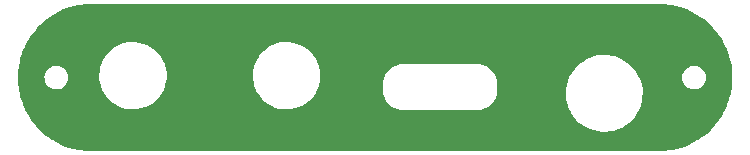
<source format=gbr>
%TF.GenerationSoftware,KiCad,Pcbnew,6.0.4-6f826c9f35~116~ubuntu21.10.1*%
%TF.CreationDate,2022-09-08T13:47:42+02:00*%
%TF.ProjectId,knot_backpanel,6b6e6f74-5f62-4616-936b-70616e656c2e,rev?*%
%TF.SameCoordinates,Original*%
%TF.FileFunction,Copper,L1,Top*%
%TF.FilePolarity,Positive*%
%FSLAX46Y46*%
G04 Gerber Fmt 4.6, Leading zero omitted, Abs format (unit mm)*
G04 Created by KiCad (PCBNEW 6.0.4-6f826c9f35~116~ubuntu21.10.1) date 2022-09-08 13:47:42*
%MOMM*%
%LPD*%
G01*
G04 APERTURE LIST*
G04 APERTURE END LIST*
%TA.AperFunction,NonConductor*%
G36*
X123987496Y-87252921D02*
G01*
X123987828Y-87252987D01*
X123987829Y-87252987D01*
X124000000Y-87255408D01*
X124012172Y-87252987D01*
X124021631Y-87252987D01*
X124035499Y-87251895D01*
X124217315Y-87259039D01*
X124485380Y-87269571D01*
X124495243Y-87270347D01*
X124972726Y-87326861D01*
X124982497Y-87328409D01*
X125222771Y-87376202D01*
X125454074Y-87422211D01*
X125463680Y-87424517D01*
X125926441Y-87555029D01*
X125935831Y-87558080D01*
X126184460Y-87649804D01*
X126386937Y-87724502D01*
X126396074Y-87728287D01*
X126832724Y-87929585D01*
X126841529Y-87934072D01*
X127261039Y-88169009D01*
X127269475Y-88174178D01*
X127669254Y-88441301D01*
X127677242Y-88447105D01*
X127805315Y-88548070D01*
X128054836Y-88744777D01*
X128062359Y-88751202D01*
X128221450Y-88898263D01*
X128415440Y-89077586D01*
X128422414Y-89084560D01*
X128601737Y-89278550D01*
X128748798Y-89437641D01*
X128755223Y-89445164D01*
X129052889Y-89822750D01*
X129058704Y-89830754D01*
X129325822Y-90230525D01*
X129330991Y-90238961D01*
X129565928Y-90658471D01*
X129570415Y-90667276D01*
X129757742Y-91073619D01*
X129771712Y-91103923D01*
X129775497Y-91113061D01*
X129903179Y-91459155D01*
X129941917Y-91564159D01*
X129944971Y-91573559D01*
X130075481Y-92036313D01*
X130077789Y-92045926D01*
X130103513Y-92175250D01*
X130171591Y-92517503D01*
X130173139Y-92527274D01*
X130229653Y-93004757D01*
X130230429Y-93014620D01*
X130238360Y-93216470D01*
X130249261Y-93493898D01*
X130249306Y-93495053D01*
X130249306Y-93504938D01*
X130242611Y-93675344D01*
X130230429Y-93985380D01*
X130229653Y-93995243D01*
X130173139Y-94472726D01*
X130171591Y-94482497D01*
X130160428Y-94538619D01*
X130087038Y-94907581D01*
X130077791Y-94954067D01*
X130075483Y-94963680D01*
X129956736Y-95384727D01*
X129944974Y-95426431D01*
X129941920Y-95435831D01*
X129826201Y-95749500D01*
X129775498Y-95886937D01*
X129771713Y-95896074D01*
X129606373Y-96254726D01*
X129570420Y-96332714D01*
X129565928Y-96341529D01*
X129330991Y-96761039D01*
X129325822Y-96769475D01*
X129102891Y-97103116D01*
X129058704Y-97169246D01*
X129052889Y-97177250D01*
X128755223Y-97554836D01*
X128748798Y-97562359D01*
X128714779Y-97599161D01*
X128422414Y-97915440D01*
X128415440Y-97922414D01*
X128224238Y-98099159D01*
X128062359Y-98248798D01*
X128054836Y-98255223D01*
X127839868Y-98424691D01*
X127677242Y-98552895D01*
X127669254Y-98558699D01*
X127345387Y-98775099D01*
X127269475Y-98825822D01*
X127261039Y-98830991D01*
X126841529Y-99065928D01*
X126832724Y-99070415D01*
X126396077Y-99271712D01*
X126386939Y-99275497D01*
X125935831Y-99441920D01*
X125926441Y-99444971D01*
X125463680Y-99575483D01*
X125454074Y-99577789D01*
X125222771Y-99623798D01*
X124982497Y-99671591D01*
X124972726Y-99673139D01*
X124495243Y-99729653D01*
X124485380Y-99730429D01*
X124217315Y-99740961D01*
X124035499Y-99748105D01*
X124021631Y-99747013D01*
X124012172Y-99747013D01*
X124000000Y-99744592D01*
X123987829Y-99747013D01*
X123987828Y-99747013D01*
X123987496Y-99747079D01*
X123962915Y-99749500D01*
X76037085Y-99749500D01*
X76012504Y-99747079D01*
X76012172Y-99747013D01*
X76012171Y-99747013D01*
X76000000Y-99744592D01*
X75987828Y-99747013D01*
X75978369Y-99747013D01*
X75964501Y-99748105D01*
X75782685Y-99740961D01*
X75514620Y-99730429D01*
X75504757Y-99729653D01*
X75027274Y-99673139D01*
X75017503Y-99671591D01*
X74777229Y-99623798D01*
X74545926Y-99577789D01*
X74536320Y-99575483D01*
X74073559Y-99444971D01*
X74064169Y-99441920D01*
X73613061Y-99275497D01*
X73603923Y-99271712D01*
X73167276Y-99070415D01*
X73158471Y-99065928D01*
X72738961Y-98830991D01*
X72730525Y-98825822D01*
X72654613Y-98775099D01*
X72330746Y-98558699D01*
X72322758Y-98552895D01*
X72160132Y-98424691D01*
X71945164Y-98255223D01*
X71937641Y-98248798D01*
X71775762Y-98099159D01*
X71584560Y-97922414D01*
X71577586Y-97915440D01*
X71285221Y-97599161D01*
X71251202Y-97562359D01*
X71244777Y-97554836D01*
X70947111Y-97177250D01*
X70941296Y-97169246D01*
X70897110Y-97103116D01*
X70674178Y-96769475D01*
X70669009Y-96761039D01*
X70434072Y-96341529D01*
X70429580Y-96332714D01*
X70393628Y-96254726D01*
X70228287Y-95896074D01*
X70224502Y-95886937D01*
X70173799Y-95749500D01*
X70058080Y-95435831D01*
X70055026Y-95426431D01*
X70043265Y-95384727D01*
X69924517Y-94963680D01*
X69922209Y-94954067D01*
X69912963Y-94907581D01*
X69839572Y-94538619D01*
X69828409Y-94482497D01*
X69826861Y-94472726D01*
X69770347Y-93995243D01*
X69769571Y-93985380D01*
X69757389Y-93675344D01*
X69750694Y-93504938D01*
X69750694Y-93495053D01*
X69750740Y-93493898D01*
X69751052Y-93485963D01*
X71994757Y-93485963D01*
X71995272Y-93492099D01*
X71995272Y-93492102D01*
X71995423Y-93493898D01*
X72008688Y-93651865D01*
X72011175Y-93681483D01*
X72065258Y-93870091D01*
X72068076Y-93875574D01*
X72152123Y-94039113D01*
X72152126Y-94039117D01*
X72154944Y-94044601D01*
X72276818Y-94198369D01*
X72281511Y-94202363D01*
X72281512Y-94202364D01*
X72336445Y-94249115D01*
X72426238Y-94325535D01*
X72431616Y-94328541D01*
X72431618Y-94328542D01*
X72467932Y-94348837D01*
X72597513Y-94421257D01*
X72784118Y-94481889D01*
X72978946Y-94505121D01*
X72985081Y-94504649D01*
X72985083Y-94504649D01*
X73168434Y-94490541D01*
X73168438Y-94490540D01*
X73174576Y-94490068D01*
X73363556Y-94437303D01*
X73538689Y-94348837D01*
X73568515Y-94325535D01*
X73683469Y-94235723D01*
X73693303Y-94228040D01*
X73723084Y-94193539D01*
X73817485Y-94084173D01*
X73817485Y-94084172D01*
X73821509Y-94079511D01*
X73918425Y-93908909D01*
X73980358Y-93722732D01*
X74004949Y-93528071D01*
X74005341Y-93500000D01*
X73986194Y-93304728D01*
X73984413Y-93298829D01*
X73984412Y-93298824D01*
X73972785Y-93260312D01*
X76646078Y-93260312D01*
X76646173Y-93263941D01*
X76646173Y-93263943D01*
X76648427Y-93350000D01*
X76651951Y-93484569D01*
X76654683Y-93588928D01*
X76701001Y-93914377D01*
X76701920Y-93917880D01*
X76701921Y-93917885D01*
X76752891Y-94112169D01*
X76784419Y-94232346D01*
X76903830Y-94538619D01*
X76905527Y-94541824D01*
X77028685Y-94774429D01*
X77057652Y-94829139D01*
X77059702Y-94832122D01*
X77059704Y-94832125D01*
X77241789Y-95097061D01*
X77241795Y-95097068D01*
X77243846Y-95100053D01*
X77459944Y-95347770D01*
X77703082Y-95569009D01*
X77706040Y-95571134D01*
X77706043Y-95571137D01*
X77814766Y-95649262D01*
X77970037Y-95760836D01*
X78257271Y-95920708D01*
X78560977Y-96046507D01*
X78564471Y-96047502D01*
X78564473Y-96047503D01*
X78873628Y-96135568D01*
X78873633Y-96135569D01*
X78877129Y-96136565D01*
X79100175Y-96173090D01*
X79197957Y-96189103D01*
X79197961Y-96189103D01*
X79201537Y-96189689D01*
X79205163Y-96189860D01*
X79526273Y-96205003D01*
X79526274Y-96205003D01*
X79529900Y-96205174D01*
X79543719Y-96204232D01*
X79854237Y-96183064D01*
X79854245Y-96183063D01*
X79857868Y-96182816D01*
X79861444Y-96182153D01*
X79861446Y-96182153D01*
X80177527Y-96123571D01*
X80177531Y-96123570D01*
X80181092Y-96122910D01*
X80495289Y-96026250D01*
X80796293Y-95894119D01*
X81080116Y-95728266D01*
X81289306Y-95571201D01*
X81340092Y-95533070D01*
X81340096Y-95533067D01*
X81342995Y-95530890D01*
X81384887Y-95491137D01*
X81578813Y-95307109D01*
X81578817Y-95307105D01*
X81581447Y-95304609D01*
X81644632Y-95229041D01*
X81789988Y-95055196D01*
X81792310Y-95052419D01*
X81794298Y-95049393D01*
X81970802Y-94780691D01*
X81970807Y-94780682D01*
X81972789Y-94777665D01*
X82094718Y-94535237D01*
X82118866Y-94487225D01*
X82118869Y-94487217D01*
X82120493Y-94483989D01*
X82171338Y-94345048D01*
X82232216Y-94178692D01*
X82232217Y-94178688D01*
X82233464Y-94175281D01*
X82234309Y-94171759D01*
X82234312Y-94171751D01*
X82309357Y-93859165D01*
X82309358Y-93859161D01*
X82310204Y-93855636D01*
X82311390Y-93845838D01*
X82349361Y-93532067D01*
X82349362Y-93532060D01*
X82349697Y-93529288D01*
X82350618Y-93500000D01*
X82355023Y-93359807D01*
X82355331Y-93350000D01*
X82355170Y-93347204D01*
X82350160Y-93260312D01*
X89646078Y-93260312D01*
X89646173Y-93263941D01*
X89646173Y-93263943D01*
X89648427Y-93350000D01*
X89651951Y-93484569D01*
X89654683Y-93588928D01*
X89701001Y-93914377D01*
X89701920Y-93917880D01*
X89701921Y-93917885D01*
X89752891Y-94112169D01*
X89784419Y-94232346D01*
X89903830Y-94538619D01*
X89905527Y-94541824D01*
X90028685Y-94774429D01*
X90057652Y-94829139D01*
X90059702Y-94832122D01*
X90059704Y-94832125D01*
X90241789Y-95097061D01*
X90241795Y-95097068D01*
X90243846Y-95100053D01*
X90459944Y-95347770D01*
X90703082Y-95569009D01*
X90706040Y-95571134D01*
X90706043Y-95571137D01*
X90814766Y-95649262D01*
X90970037Y-95760836D01*
X91257271Y-95920708D01*
X91560977Y-96046507D01*
X91564471Y-96047502D01*
X91564473Y-96047503D01*
X91873628Y-96135568D01*
X91873633Y-96135569D01*
X91877129Y-96136565D01*
X92100175Y-96173090D01*
X92197957Y-96189103D01*
X92197961Y-96189103D01*
X92201537Y-96189689D01*
X92205163Y-96189860D01*
X92526273Y-96205003D01*
X92526274Y-96205003D01*
X92529900Y-96205174D01*
X92543719Y-96204232D01*
X92854237Y-96183064D01*
X92854245Y-96183063D01*
X92857868Y-96182816D01*
X92861444Y-96182153D01*
X92861446Y-96182153D01*
X93177527Y-96123571D01*
X93177531Y-96123570D01*
X93181092Y-96122910D01*
X93495289Y-96026250D01*
X93796293Y-95894119D01*
X94080116Y-95728266D01*
X94289306Y-95571201D01*
X94340092Y-95533070D01*
X94340096Y-95533067D01*
X94342995Y-95530890D01*
X94384887Y-95491137D01*
X94578813Y-95307109D01*
X94578817Y-95307105D01*
X94581447Y-95304609D01*
X94644632Y-95229041D01*
X94789988Y-95055196D01*
X94792310Y-95052419D01*
X94794298Y-95049393D01*
X94970802Y-94780691D01*
X94970807Y-94780682D01*
X94972789Y-94777665D01*
X95094718Y-94535237D01*
X95112441Y-94500000D01*
X100644592Y-94500000D01*
X100645274Y-94503430D01*
X100662892Y-94749758D01*
X100663850Y-94754161D01*
X100663850Y-94754162D01*
X100697225Y-94907581D01*
X100716118Y-94994432D01*
X100717691Y-94998649D01*
X100717692Y-94998653D01*
X100802051Y-95224829D01*
X100803622Y-95229041D01*
X100923624Y-95448809D01*
X101073681Y-95649262D01*
X101250738Y-95826319D01*
X101451191Y-95976376D01*
X101670959Y-96096378D01*
X101675171Y-96097949D01*
X101901347Y-96182308D01*
X101901351Y-96182309D01*
X101905568Y-96183882D01*
X101909971Y-96184840D01*
X101909975Y-96184841D01*
X102145277Y-96236028D01*
X102150242Y-96237108D01*
X102396570Y-96254726D01*
X102400000Y-96255408D01*
X102412166Y-96252988D01*
X102412169Y-96252988D01*
X102412504Y-96252921D01*
X102437085Y-96250500D01*
X108562915Y-96250500D01*
X108587496Y-96252921D01*
X108587831Y-96252988D01*
X108587834Y-96252988D01*
X108600000Y-96255408D01*
X108603430Y-96254726D01*
X108849758Y-96237108D01*
X108854723Y-96236028D01*
X109090025Y-96184841D01*
X109090029Y-96184840D01*
X109094432Y-96183882D01*
X109098649Y-96182309D01*
X109098653Y-96182308D01*
X109324829Y-96097949D01*
X109329041Y-96096378D01*
X109548809Y-95976376D01*
X109749262Y-95826319D01*
X109926319Y-95649262D01*
X110076376Y-95448809D01*
X110196378Y-95229041D01*
X110197949Y-95224829D01*
X110282308Y-94998653D01*
X110282309Y-94998649D01*
X110283882Y-94994432D01*
X110302776Y-94907581D01*
X110317774Y-94838637D01*
X116144746Y-94838637D01*
X116162559Y-95190269D01*
X116163096Y-95193624D01*
X116163097Y-95193630D01*
X116193514Y-95383530D01*
X116218243Y-95537920D01*
X116311149Y-95877524D01*
X116370153Y-96027315D01*
X116433883Y-96189103D01*
X116440187Y-96205108D01*
X116441770Y-96208123D01*
X116558774Y-96430982D01*
X116603850Y-96516840D01*
X116605751Y-96519669D01*
X116605757Y-96519679D01*
X116767945Y-96761039D01*
X116800223Y-96809073D01*
X117027007Y-97078388D01*
X117029467Y-97080739D01*
X117029470Y-97080742D01*
X117279089Y-97319283D01*
X117279096Y-97319289D01*
X117281552Y-97321636D01*
X117560878Y-97535971D01*
X117660223Y-97596374D01*
X117858803Y-97717112D01*
X117858808Y-97717115D01*
X117861718Y-97718884D01*
X118180553Y-97868237D01*
X118183771Y-97869339D01*
X118183774Y-97869340D01*
X118510430Y-97981180D01*
X118510438Y-97981182D01*
X118513653Y-97982283D01*
X118857122Y-98059687D01*
X118905474Y-98065196D01*
X119203559Y-98099159D01*
X119203567Y-98099159D01*
X119206942Y-98099544D01*
X119210346Y-98099562D01*
X119210349Y-98099562D01*
X119402330Y-98100567D01*
X119559019Y-98101388D01*
X119562405Y-98101038D01*
X119562407Y-98101038D01*
X119905845Y-98065547D01*
X119905853Y-98065546D01*
X119909237Y-98065196D01*
X119912570Y-98064481D01*
X119912573Y-98064481D01*
X120082021Y-98028154D01*
X120253498Y-97991393D01*
X120587774Y-97880842D01*
X120908156Y-97734835D01*
X121001584Y-97679362D01*
X121207950Y-97556831D01*
X121207955Y-97556828D01*
X121210895Y-97555082D01*
X121236349Y-97535971D01*
X121489718Y-97345737D01*
X121489727Y-97345730D01*
X121492450Y-97343685D01*
X121749527Y-97103116D01*
X121979120Y-96836190D01*
X122109435Y-96646580D01*
X122176612Y-96548838D01*
X122176617Y-96548831D01*
X122178542Y-96546029D01*
X122180154Y-96543035D01*
X122180159Y-96543027D01*
X122336364Y-96252921D01*
X122345460Y-96236028D01*
X122477922Y-95909814D01*
X122481979Y-95895574D01*
X122543557Y-95679400D01*
X122574378Y-95571201D01*
X122633701Y-95224152D01*
X122635774Y-95190269D01*
X122655085Y-94874522D01*
X122655195Y-94872726D01*
X122655274Y-94850000D01*
X122636234Y-94498433D01*
X122579336Y-94150978D01*
X122485246Y-93811700D01*
X122483988Y-93808538D01*
X122483985Y-93808530D01*
X122356324Y-93487734D01*
X122356320Y-93487726D01*
X122355619Y-93485963D01*
X125994757Y-93485963D01*
X125995272Y-93492099D01*
X125995272Y-93492102D01*
X125995423Y-93493898D01*
X126008688Y-93651865D01*
X126011175Y-93681483D01*
X126065258Y-93870091D01*
X126068076Y-93875574D01*
X126152123Y-94039113D01*
X126152126Y-94039117D01*
X126154944Y-94044601D01*
X126276818Y-94198369D01*
X126281511Y-94202363D01*
X126281512Y-94202364D01*
X126336445Y-94249115D01*
X126426238Y-94325535D01*
X126431616Y-94328541D01*
X126431618Y-94328542D01*
X126467932Y-94348837D01*
X126597513Y-94421257D01*
X126784118Y-94481889D01*
X126978946Y-94505121D01*
X126985081Y-94504649D01*
X126985083Y-94504649D01*
X127168434Y-94490541D01*
X127168438Y-94490540D01*
X127174576Y-94490068D01*
X127363556Y-94437303D01*
X127538689Y-94348837D01*
X127568515Y-94325535D01*
X127683469Y-94235723D01*
X127693303Y-94228040D01*
X127723084Y-94193539D01*
X127817485Y-94084173D01*
X127817485Y-94084172D01*
X127821509Y-94079511D01*
X127918425Y-93908909D01*
X127980358Y-93722732D01*
X128004949Y-93528071D01*
X128005341Y-93500000D01*
X127986194Y-93304728D01*
X127984413Y-93298829D01*
X127984412Y-93298824D01*
X127931265Y-93122793D01*
X127929484Y-93116894D01*
X127837370Y-92943653D01*
X127713361Y-92791602D01*
X127562180Y-92666535D01*
X127389585Y-92573213D01*
X127225315Y-92522363D01*
X127208039Y-92517015D01*
X127208036Y-92517014D01*
X127202152Y-92515193D01*
X127196027Y-92514549D01*
X127196026Y-92514549D01*
X127013147Y-92495327D01*
X127013146Y-92495327D01*
X127007019Y-92494683D01*
X126908797Y-92503622D01*
X126817759Y-92511907D01*
X126817758Y-92511907D01*
X126811618Y-92512466D01*
X126805704Y-92514207D01*
X126805702Y-92514207D01*
X126777991Y-92522363D01*
X126623393Y-92567864D01*
X126617928Y-92570721D01*
X126454972Y-92655912D01*
X126454968Y-92655915D01*
X126449512Y-92658767D01*
X126444712Y-92662627D01*
X126444711Y-92662627D01*
X126410326Y-92690273D01*
X126296600Y-92781711D01*
X126170480Y-92932016D01*
X126167516Y-92937408D01*
X126167513Y-92937412D01*
X126130490Y-93004757D01*
X126075956Y-93103954D01*
X126016628Y-93290978D01*
X125994757Y-93485963D01*
X122355619Y-93485963D01*
X122355064Y-93484569D01*
X122285910Y-93353960D01*
X122191909Y-93176422D01*
X122191907Y-93176419D01*
X122190314Y-93173410D01*
X122063893Y-92986687D01*
X121994835Y-92884688D01*
X121992923Y-92881864D01*
X121985258Y-92872825D01*
X121840011Y-92701556D01*
X121765200Y-92613342D01*
X121509808Y-92370984D01*
X121507101Y-92368922D01*
X121507093Y-92368915D01*
X121349051Y-92248521D01*
X121229735Y-92157626D01*
X121135099Y-92100538D01*
X120931174Y-91977522D01*
X120931168Y-91977519D01*
X120928259Y-91975764D01*
X120608904Y-91827524D01*
X120442156Y-91771083D01*
X120278635Y-91715734D01*
X120278630Y-91715733D01*
X120275408Y-91714642D01*
X120051265Y-91664950D01*
X119935001Y-91639175D01*
X119934997Y-91639174D01*
X119931671Y-91638437D01*
X119788813Y-91622666D01*
X119585096Y-91600175D01*
X119585089Y-91600175D01*
X119581714Y-91599802D01*
X119578315Y-91599796D01*
X119578314Y-91599796D01*
X119412777Y-91599507D01*
X119229632Y-91599187D01*
X119099131Y-91613134D01*
X118882927Y-91636239D01*
X118882921Y-91636240D01*
X118879543Y-91636601D01*
X118876220Y-91637325D01*
X118876217Y-91637326D01*
X118538862Y-91710881D01*
X118538860Y-91710882D01*
X118535542Y-91711605D01*
X118532321Y-91712683D01*
X118532320Y-91712683D01*
X118509185Y-91720424D01*
X118201654Y-91823323D01*
X117881784Y-91970447D01*
X117878850Y-91972203D01*
X117878848Y-91972204D01*
X117825739Y-92003989D01*
X117579674Y-92151256D01*
X117298858Y-92363635D01*
X117042622Y-92605099D01*
X117040410Y-92607689D01*
X117040409Y-92607690D01*
X116887751Y-92786430D01*
X116813963Y-92872825D01*
X116812035Y-92875652D01*
X116812033Y-92875654D01*
X116626536Y-93147583D01*
X116615555Y-93163680D01*
X116613948Y-93166690D01*
X116613946Y-93166693D01*
X116451325Y-93471256D01*
X116449720Y-93474262D01*
X116318397Y-93800937D01*
X116317475Y-93804217D01*
X116317474Y-93804220D01*
X116234335Y-94100000D01*
X116223124Y-94139884D01*
X116165013Y-94487138D01*
X116162240Y-94535237D01*
X116145751Y-94821208D01*
X116145294Y-94829139D01*
X116144746Y-94838637D01*
X110317774Y-94838637D01*
X110336150Y-94754162D01*
X110336150Y-94754161D01*
X110337108Y-94749758D01*
X110354726Y-94503430D01*
X110355408Y-94500000D01*
X110352988Y-94487834D01*
X110352988Y-94487831D01*
X110352921Y-94487496D01*
X110350500Y-94462915D01*
X110350500Y-94137085D01*
X110352921Y-94112504D01*
X110352988Y-94112169D01*
X110352988Y-94112166D01*
X110355408Y-94100000D01*
X110354726Y-94096570D01*
X110337108Y-93850242D01*
X110328034Y-93808530D01*
X110284841Y-93609975D01*
X110284840Y-93609971D01*
X110283882Y-93605568D01*
X110272917Y-93576168D01*
X110197949Y-93375171D01*
X110196378Y-93370959D01*
X110156990Y-93298824D01*
X110078535Y-93155145D01*
X110076376Y-93151191D01*
X109926319Y-92950738D01*
X109749262Y-92773681D01*
X109548809Y-92623624D01*
X109350232Y-92515193D01*
X109332986Y-92505776D01*
X109332985Y-92505775D01*
X109329041Y-92503622D01*
X109306573Y-92495242D01*
X109098653Y-92417692D01*
X109098649Y-92417691D01*
X109094432Y-92416118D01*
X109090029Y-92415160D01*
X109090025Y-92415159D01*
X108854162Y-92363850D01*
X108854161Y-92363850D01*
X108849758Y-92362892D01*
X108603430Y-92345274D01*
X108600000Y-92344592D01*
X108587834Y-92347012D01*
X108587831Y-92347012D01*
X108587496Y-92347079D01*
X108562915Y-92349500D01*
X102437085Y-92349500D01*
X102412504Y-92347079D01*
X102412169Y-92347012D01*
X102412166Y-92347012D01*
X102400000Y-92344592D01*
X102396570Y-92345274D01*
X102150242Y-92362892D01*
X102145839Y-92363850D01*
X102145838Y-92363850D01*
X101909975Y-92415159D01*
X101909971Y-92415160D01*
X101905568Y-92416118D01*
X101901351Y-92417691D01*
X101901347Y-92417692D01*
X101693427Y-92495242D01*
X101670959Y-92503622D01*
X101667015Y-92505775D01*
X101667014Y-92505776D01*
X101649768Y-92515193D01*
X101451191Y-92623624D01*
X101250738Y-92773681D01*
X101073681Y-92950738D01*
X100923624Y-93151191D01*
X100921465Y-93155145D01*
X100843011Y-93298824D01*
X100803622Y-93370959D01*
X100802051Y-93375171D01*
X100727084Y-93576168D01*
X100716118Y-93605568D01*
X100715160Y-93609971D01*
X100715159Y-93609975D01*
X100671966Y-93808530D01*
X100662892Y-93850242D01*
X100645274Y-94096570D01*
X100644592Y-94100000D01*
X100647012Y-94112166D01*
X100647012Y-94112169D01*
X100647079Y-94112504D01*
X100649500Y-94137085D01*
X100649500Y-94462915D01*
X100647079Y-94487496D01*
X100647012Y-94487831D01*
X100647012Y-94487834D01*
X100644592Y-94500000D01*
X95112441Y-94500000D01*
X95118866Y-94487225D01*
X95118869Y-94487217D01*
X95120493Y-94483989D01*
X95171338Y-94345048D01*
X95232216Y-94178692D01*
X95232217Y-94178688D01*
X95233464Y-94175281D01*
X95234309Y-94171759D01*
X95234312Y-94171751D01*
X95309357Y-93859165D01*
X95309358Y-93859161D01*
X95310204Y-93855636D01*
X95311390Y-93845838D01*
X95349361Y-93532067D01*
X95349362Y-93532060D01*
X95349697Y-93529288D01*
X95350618Y-93500000D01*
X95355023Y-93359807D01*
X95355331Y-93350000D01*
X95355170Y-93347204D01*
X95336617Y-93025436D01*
X95336616Y-93025431D01*
X95336408Y-93021816D01*
X95312475Y-92884688D01*
X95280514Y-92701556D01*
X95280512Y-92701549D01*
X95279890Y-92697983D01*
X95269707Y-92663604D01*
X95221852Y-92502051D01*
X95186526Y-92382791D01*
X95180608Y-92368915D01*
X95058976Y-92083753D01*
X95057554Y-92080419D01*
X94894682Y-91794875D01*
X94842264Y-91723516D01*
X94702210Y-91532857D01*
X94702208Y-91532855D01*
X94700070Y-91529944D01*
X94476298Y-91289136D01*
X94226331Y-91075643D01*
X94223328Y-91073625D01*
X94223320Y-91073619D01*
X94054235Y-90960000D01*
X93953482Y-90892297D01*
X93661368Y-90741525D01*
X93353860Y-90625328D01*
X93350339Y-90624444D01*
X93350334Y-90624442D01*
X93129680Y-90569018D01*
X93035036Y-90545245D01*
X93012754Y-90542312D01*
X92712723Y-90502811D01*
X92712715Y-90502810D01*
X92709119Y-90502337D01*
X92573337Y-90500204D01*
X92384073Y-90497231D01*
X92384069Y-90497231D01*
X92380431Y-90497174D01*
X92376817Y-90497535D01*
X92376811Y-90497535D01*
X92145872Y-90520586D01*
X92053328Y-90529823D01*
X91732145Y-90599852D01*
X91728718Y-90601025D01*
X91728712Y-90601027D01*
X91424570Y-90705158D01*
X91424565Y-90705160D01*
X91421139Y-90706333D01*
X91417871Y-90707892D01*
X91417863Y-90707895D01*
X91266698Y-90779998D01*
X91124434Y-90847854D01*
X90845961Y-91022540D01*
X90589411Y-91228076D01*
X90358185Y-91461736D01*
X90155347Y-91720424D01*
X90153454Y-91723513D01*
X90153452Y-91723516D01*
X89998875Y-91975764D01*
X89983587Y-92000711D01*
X89982068Y-92003983D01*
X89982065Y-92003989D01*
X89913706Y-92151256D01*
X89845180Y-92298883D01*
X89741962Y-92610986D01*
X89741226Y-92614541D01*
X89741225Y-92614544D01*
X89676457Y-92927298D01*
X89675300Y-92932885D01*
X89646078Y-93260312D01*
X82350160Y-93260312D01*
X82336617Y-93025436D01*
X82336616Y-93025431D01*
X82336408Y-93021816D01*
X82312475Y-92884688D01*
X82280514Y-92701556D01*
X82280512Y-92701549D01*
X82279890Y-92697983D01*
X82269707Y-92663604D01*
X82221852Y-92502051D01*
X82186526Y-92382791D01*
X82180608Y-92368915D01*
X82058976Y-92083753D01*
X82057554Y-92080419D01*
X81894682Y-91794875D01*
X81842264Y-91723516D01*
X81702210Y-91532857D01*
X81702208Y-91532855D01*
X81700070Y-91529944D01*
X81476298Y-91289136D01*
X81226331Y-91075643D01*
X81223328Y-91073625D01*
X81223320Y-91073619D01*
X81054235Y-90960000D01*
X80953482Y-90892297D01*
X80661368Y-90741525D01*
X80353860Y-90625328D01*
X80350339Y-90624444D01*
X80350334Y-90624442D01*
X80129680Y-90569018D01*
X80035036Y-90545245D01*
X80012754Y-90542312D01*
X79712723Y-90502811D01*
X79712715Y-90502810D01*
X79709119Y-90502337D01*
X79573337Y-90500204D01*
X79384073Y-90497231D01*
X79384069Y-90497231D01*
X79380431Y-90497174D01*
X79376817Y-90497535D01*
X79376811Y-90497535D01*
X79145872Y-90520586D01*
X79053328Y-90529823D01*
X78732145Y-90599852D01*
X78728718Y-90601025D01*
X78728712Y-90601027D01*
X78424570Y-90705158D01*
X78424565Y-90705160D01*
X78421139Y-90706333D01*
X78417871Y-90707892D01*
X78417863Y-90707895D01*
X78266698Y-90779998D01*
X78124434Y-90847854D01*
X77845961Y-91022540D01*
X77589411Y-91228076D01*
X77358185Y-91461736D01*
X77155347Y-91720424D01*
X77153454Y-91723513D01*
X77153452Y-91723516D01*
X76998875Y-91975764D01*
X76983587Y-92000711D01*
X76982068Y-92003983D01*
X76982065Y-92003989D01*
X76913706Y-92151256D01*
X76845180Y-92298883D01*
X76741962Y-92610986D01*
X76741226Y-92614541D01*
X76741225Y-92614544D01*
X76676457Y-92927298D01*
X76675300Y-92932885D01*
X76646078Y-93260312D01*
X73972785Y-93260312D01*
X73931265Y-93122793D01*
X73929484Y-93116894D01*
X73837370Y-92943653D01*
X73713361Y-92791602D01*
X73562180Y-92666535D01*
X73389585Y-92573213D01*
X73225315Y-92522363D01*
X73208039Y-92517015D01*
X73208036Y-92517014D01*
X73202152Y-92515193D01*
X73196027Y-92514549D01*
X73196026Y-92514549D01*
X73013147Y-92495327D01*
X73013146Y-92495327D01*
X73007019Y-92494683D01*
X72908797Y-92503622D01*
X72817759Y-92511907D01*
X72817758Y-92511907D01*
X72811618Y-92512466D01*
X72805704Y-92514207D01*
X72805702Y-92514207D01*
X72777991Y-92522363D01*
X72623393Y-92567864D01*
X72617928Y-92570721D01*
X72454972Y-92655912D01*
X72454968Y-92655915D01*
X72449512Y-92658767D01*
X72444712Y-92662627D01*
X72444711Y-92662627D01*
X72410326Y-92690273D01*
X72296600Y-92781711D01*
X72170480Y-92932016D01*
X72167516Y-92937408D01*
X72167513Y-92937412D01*
X72130490Y-93004757D01*
X72075956Y-93103954D01*
X72016628Y-93290978D01*
X71994757Y-93485963D01*
X69751052Y-93485963D01*
X69761640Y-93216470D01*
X69769571Y-93014620D01*
X69770347Y-93004757D01*
X69826861Y-92527274D01*
X69828409Y-92517503D01*
X69896487Y-92175250D01*
X69922211Y-92045926D01*
X69924519Y-92036313D01*
X70055029Y-91573559D01*
X70058083Y-91564159D01*
X70096822Y-91459155D01*
X70224503Y-91113061D01*
X70228288Y-91103923D01*
X70242258Y-91073619D01*
X70429585Y-90667276D01*
X70434072Y-90658471D01*
X70669009Y-90238961D01*
X70674178Y-90230525D01*
X70941296Y-89830754D01*
X70947111Y-89822750D01*
X71244777Y-89445164D01*
X71251202Y-89437641D01*
X71398263Y-89278550D01*
X71577586Y-89084560D01*
X71584560Y-89077586D01*
X71778550Y-88898263D01*
X71937641Y-88751202D01*
X71945164Y-88744777D01*
X72194685Y-88548070D01*
X72322758Y-88447105D01*
X72330746Y-88441301D01*
X72730525Y-88174178D01*
X72738961Y-88169009D01*
X73158471Y-87934072D01*
X73167276Y-87929585D01*
X73603926Y-87728287D01*
X73613063Y-87724502D01*
X73815540Y-87649804D01*
X74064169Y-87558080D01*
X74073559Y-87555029D01*
X74536320Y-87424517D01*
X74545926Y-87422211D01*
X74777229Y-87376202D01*
X75017503Y-87328409D01*
X75027274Y-87326861D01*
X75504757Y-87270347D01*
X75514620Y-87269571D01*
X75782685Y-87259039D01*
X75964501Y-87251895D01*
X75978369Y-87252987D01*
X75987828Y-87252987D01*
X76000000Y-87255408D01*
X76012171Y-87252987D01*
X76012172Y-87252987D01*
X76012504Y-87252921D01*
X76037085Y-87250500D01*
X123962915Y-87250500D01*
X123987496Y-87252921D01*
G37*
%TD.AperFunction*%
%TA.AperFunction,NonConductor*%
G36*
X123987496Y-87252921D02*
G01*
X123987828Y-87252987D01*
X123987829Y-87252987D01*
X124000000Y-87255408D01*
X124012172Y-87252987D01*
X124021631Y-87252987D01*
X124035499Y-87251895D01*
X124217315Y-87259039D01*
X124485380Y-87269571D01*
X124495243Y-87270347D01*
X124972726Y-87326861D01*
X124982497Y-87328409D01*
X125222771Y-87376202D01*
X125454074Y-87422211D01*
X125463680Y-87424517D01*
X125926441Y-87555029D01*
X125935831Y-87558080D01*
X126184460Y-87649804D01*
X126386937Y-87724502D01*
X126396074Y-87728287D01*
X126832724Y-87929585D01*
X126841529Y-87934072D01*
X127261039Y-88169009D01*
X127269475Y-88174178D01*
X127669254Y-88441301D01*
X127677242Y-88447105D01*
X127805315Y-88548070D01*
X128054836Y-88744777D01*
X128062359Y-88751202D01*
X128221450Y-88898263D01*
X128415440Y-89077586D01*
X128422414Y-89084560D01*
X128601737Y-89278550D01*
X128748798Y-89437641D01*
X128755223Y-89445164D01*
X129052889Y-89822750D01*
X129058704Y-89830754D01*
X129325822Y-90230525D01*
X129330991Y-90238961D01*
X129565928Y-90658471D01*
X129570415Y-90667276D01*
X129757742Y-91073619D01*
X129771712Y-91103923D01*
X129775497Y-91113061D01*
X129903179Y-91459155D01*
X129941917Y-91564159D01*
X129944971Y-91573559D01*
X130075481Y-92036313D01*
X130077789Y-92045926D01*
X130103513Y-92175250D01*
X130171591Y-92517503D01*
X130173139Y-92527274D01*
X130229653Y-93004757D01*
X130230429Y-93014620D01*
X130238360Y-93216470D01*
X130249261Y-93493898D01*
X130249306Y-93495053D01*
X130249306Y-93504938D01*
X130242611Y-93675344D01*
X130230429Y-93985380D01*
X130229653Y-93995243D01*
X130173139Y-94472726D01*
X130171591Y-94482497D01*
X130160428Y-94538619D01*
X130087038Y-94907581D01*
X130077791Y-94954067D01*
X130075483Y-94963680D01*
X129956736Y-95384727D01*
X129944974Y-95426431D01*
X129941920Y-95435831D01*
X129826201Y-95749500D01*
X129775498Y-95886937D01*
X129771713Y-95896074D01*
X129606373Y-96254726D01*
X129570420Y-96332714D01*
X129565928Y-96341529D01*
X129330991Y-96761039D01*
X129325822Y-96769475D01*
X129102891Y-97103116D01*
X129058704Y-97169246D01*
X129052889Y-97177250D01*
X128755223Y-97554836D01*
X128748798Y-97562359D01*
X128714779Y-97599161D01*
X128422414Y-97915440D01*
X128415440Y-97922414D01*
X128224238Y-98099159D01*
X128062359Y-98248798D01*
X128054836Y-98255223D01*
X127839868Y-98424691D01*
X127677242Y-98552895D01*
X127669254Y-98558699D01*
X127345387Y-98775099D01*
X127269475Y-98825822D01*
X127261039Y-98830991D01*
X126841529Y-99065928D01*
X126832724Y-99070415D01*
X126396077Y-99271712D01*
X126386939Y-99275497D01*
X125935831Y-99441920D01*
X125926441Y-99444971D01*
X125463680Y-99575483D01*
X125454074Y-99577789D01*
X125222771Y-99623798D01*
X124982497Y-99671591D01*
X124972726Y-99673139D01*
X124495243Y-99729653D01*
X124485380Y-99730429D01*
X124217315Y-99740961D01*
X124035499Y-99748105D01*
X124021631Y-99747013D01*
X124012172Y-99747013D01*
X124000000Y-99744592D01*
X123987829Y-99747013D01*
X123987828Y-99747013D01*
X123987496Y-99747079D01*
X123962915Y-99749500D01*
X76037085Y-99749500D01*
X76012504Y-99747079D01*
X76012172Y-99747013D01*
X76012171Y-99747013D01*
X76000000Y-99744592D01*
X75987828Y-99747013D01*
X75978369Y-99747013D01*
X75964501Y-99748105D01*
X75782685Y-99740961D01*
X75514620Y-99730429D01*
X75504757Y-99729653D01*
X75027274Y-99673139D01*
X75017503Y-99671591D01*
X74777229Y-99623798D01*
X74545926Y-99577789D01*
X74536320Y-99575483D01*
X74073559Y-99444971D01*
X74064169Y-99441920D01*
X73613061Y-99275497D01*
X73603923Y-99271712D01*
X73167276Y-99070415D01*
X73158471Y-99065928D01*
X72738961Y-98830991D01*
X72730525Y-98825822D01*
X72654613Y-98775099D01*
X72330746Y-98558699D01*
X72322758Y-98552895D01*
X72160132Y-98424691D01*
X71945164Y-98255223D01*
X71937641Y-98248798D01*
X71775762Y-98099159D01*
X71584560Y-97922414D01*
X71577586Y-97915440D01*
X71285221Y-97599161D01*
X71251202Y-97562359D01*
X71244777Y-97554836D01*
X70947111Y-97177250D01*
X70941296Y-97169246D01*
X70897110Y-97103116D01*
X70674178Y-96769475D01*
X70669009Y-96761039D01*
X70434072Y-96341529D01*
X70429580Y-96332714D01*
X70393628Y-96254726D01*
X70228287Y-95896074D01*
X70224502Y-95886937D01*
X70173799Y-95749500D01*
X70058080Y-95435831D01*
X70055026Y-95426431D01*
X70043265Y-95384727D01*
X69924517Y-94963680D01*
X69922209Y-94954067D01*
X69912963Y-94907581D01*
X69839572Y-94538619D01*
X69828409Y-94482497D01*
X69826861Y-94472726D01*
X69770347Y-93995243D01*
X69769571Y-93985380D01*
X69757389Y-93675344D01*
X69750694Y-93504938D01*
X69750694Y-93495053D01*
X69750740Y-93493898D01*
X69751052Y-93485963D01*
X71994757Y-93485963D01*
X71995272Y-93492099D01*
X71995272Y-93492102D01*
X71995423Y-93493898D01*
X72008688Y-93651865D01*
X72011175Y-93681483D01*
X72065258Y-93870091D01*
X72068076Y-93875574D01*
X72152123Y-94039113D01*
X72152126Y-94039117D01*
X72154944Y-94044601D01*
X72276818Y-94198369D01*
X72281511Y-94202363D01*
X72281512Y-94202364D01*
X72336445Y-94249115D01*
X72426238Y-94325535D01*
X72431616Y-94328541D01*
X72431618Y-94328542D01*
X72467932Y-94348837D01*
X72597513Y-94421257D01*
X72784118Y-94481889D01*
X72978946Y-94505121D01*
X72985081Y-94504649D01*
X72985083Y-94504649D01*
X73168434Y-94490541D01*
X73168438Y-94490540D01*
X73174576Y-94490068D01*
X73363556Y-94437303D01*
X73538689Y-94348837D01*
X73568515Y-94325535D01*
X73683469Y-94235723D01*
X73693303Y-94228040D01*
X73723084Y-94193539D01*
X73817485Y-94084173D01*
X73817485Y-94084172D01*
X73821509Y-94079511D01*
X73918425Y-93908909D01*
X73980358Y-93722732D01*
X74004949Y-93528071D01*
X74005341Y-93500000D01*
X73986194Y-93304728D01*
X73984413Y-93298829D01*
X73984412Y-93298824D01*
X73972785Y-93260312D01*
X76646078Y-93260312D01*
X76646173Y-93263941D01*
X76646173Y-93263943D01*
X76648427Y-93350000D01*
X76651951Y-93484569D01*
X76654683Y-93588928D01*
X76701001Y-93914377D01*
X76701920Y-93917880D01*
X76701921Y-93917885D01*
X76752891Y-94112169D01*
X76784419Y-94232346D01*
X76903830Y-94538619D01*
X76905527Y-94541824D01*
X77028685Y-94774429D01*
X77057652Y-94829139D01*
X77059702Y-94832122D01*
X77059704Y-94832125D01*
X77241789Y-95097061D01*
X77241795Y-95097068D01*
X77243846Y-95100053D01*
X77459944Y-95347770D01*
X77703082Y-95569009D01*
X77706040Y-95571134D01*
X77706043Y-95571137D01*
X77814766Y-95649262D01*
X77970037Y-95760836D01*
X78257271Y-95920708D01*
X78560977Y-96046507D01*
X78564471Y-96047502D01*
X78564473Y-96047503D01*
X78873628Y-96135568D01*
X78873633Y-96135569D01*
X78877129Y-96136565D01*
X79100175Y-96173090D01*
X79197957Y-96189103D01*
X79197961Y-96189103D01*
X79201537Y-96189689D01*
X79205163Y-96189860D01*
X79526273Y-96205003D01*
X79526274Y-96205003D01*
X79529900Y-96205174D01*
X79543719Y-96204232D01*
X79854237Y-96183064D01*
X79854245Y-96183063D01*
X79857868Y-96182816D01*
X79861444Y-96182153D01*
X79861446Y-96182153D01*
X80177527Y-96123571D01*
X80177531Y-96123570D01*
X80181092Y-96122910D01*
X80495289Y-96026250D01*
X80796293Y-95894119D01*
X81080116Y-95728266D01*
X81289306Y-95571201D01*
X81340092Y-95533070D01*
X81340096Y-95533067D01*
X81342995Y-95530890D01*
X81384887Y-95491137D01*
X81578813Y-95307109D01*
X81578817Y-95307105D01*
X81581447Y-95304609D01*
X81644632Y-95229041D01*
X81789988Y-95055196D01*
X81792310Y-95052419D01*
X81794298Y-95049393D01*
X81970802Y-94780691D01*
X81970807Y-94780682D01*
X81972789Y-94777665D01*
X82094718Y-94535237D01*
X82118866Y-94487225D01*
X82118869Y-94487217D01*
X82120493Y-94483989D01*
X82171338Y-94345048D01*
X82232216Y-94178692D01*
X82232217Y-94178688D01*
X82233464Y-94175281D01*
X82234309Y-94171759D01*
X82234312Y-94171751D01*
X82309357Y-93859165D01*
X82309358Y-93859161D01*
X82310204Y-93855636D01*
X82311390Y-93845838D01*
X82349361Y-93532067D01*
X82349362Y-93532060D01*
X82349697Y-93529288D01*
X82350618Y-93500000D01*
X82355023Y-93359807D01*
X82355331Y-93350000D01*
X82355170Y-93347204D01*
X82350160Y-93260312D01*
X89646078Y-93260312D01*
X89646173Y-93263941D01*
X89646173Y-93263943D01*
X89648427Y-93350000D01*
X89651951Y-93484569D01*
X89654683Y-93588928D01*
X89701001Y-93914377D01*
X89701920Y-93917880D01*
X89701921Y-93917885D01*
X89752891Y-94112169D01*
X89784419Y-94232346D01*
X89903830Y-94538619D01*
X89905527Y-94541824D01*
X90028685Y-94774429D01*
X90057652Y-94829139D01*
X90059702Y-94832122D01*
X90059704Y-94832125D01*
X90241789Y-95097061D01*
X90241795Y-95097068D01*
X90243846Y-95100053D01*
X90459944Y-95347770D01*
X90703082Y-95569009D01*
X90706040Y-95571134D01*
X90706043Y-95571137D01*
X90814766Y-95649262D01*
X90970037Y-95760836D01*
X91257271Y-95920708D01*
X91560977Y-96046507D01*
X91564471Y-96047502D01*
X91564473Y-96047503D01*
X91873628Y-96135568D01*
X91873633Y-96135569D01*
X91877129Y-96136565D01*
X92100175Y-96173090D01*
X92197957Y-96189103D01*
X92197961Y-96189103D01*
X92201537Y-96189689D01*
X92205163Y-96189860D01*
X92526273Y-96205003D01*
X92526274Y-96205003D01*
X92529900Y-96205174D01*
X92543719Y-96204232D01*
X92854237Y-96183064D01*
X92854245Y-96183063D01*
X92857868Y-96182816D01*
X92861444Y-96182153D01*
X92861446Y-96182153D01*
X93177527Y-96123571D01*
X93177531Y-96123570D01*
X93181092Y-96122910D01*
X93495289Y-96026250D01*
X93796293Y-95894119D01*
X94080116Y-95728266D01*
X94289306Y-95571201D01*
X94340092Y-95533070D01*
X94340096Y-95533067D01*
X94342995Y-95530890D01*
X94384887Y-95491137D01*
X94578813Y-95307109D01*
X94578817Y-95307105D01*
X94581447Y-95304609D01*
X94644632Y-95229041D01*
X94789988Y-95055196D01*
X94792310Y-95052419D01*
X94794298Y-95049393D01*
X94970802Y-94780691D01*
X94970807Y-94780682D01*
X94972789Y-94777665D01*
X95094718Y-94535237D01*
X95112441Y-94500000D01*
X100644592Y-94500000D01*
X100645274Y-94503430D01*
X100662892Y-94749758D01*
X100663850Y-94754161D01*
X100663850Y-94754162D01*
X100697225Y-94907581D01*
X100716118Y-94994432D01*
X100717691Y-94998649D01*
X100717692Y-94998653D01*
X100802051Y-95224829D01*
X100803622Y-95229041D01*
X100923624Y-95448809D01*
X101073681Y-95649262D01*
X101250738Y-95826319D01*
X101451191Y-95976376D01*
X101670959Y-96096378D01*
X101675171Y-96097949D01*
X101901347Y-96182308D01*
X101901351Y-96182309D01*
X101905568Y-96183882D01*
X101909971Y-96184840D01*
X101909975Y-96184841D01*
X102145277Y-96236028D01*
X102150242Y-96237108D01*
X102396570Y-96254726D01*
X102400000Y-96255408D01*
X102412166Y-96252988D01*
X102412169Y-96252988D01*
X102412504Y-96252921D01*
X102437085Y-96250500D01*
X108562915Y-96250500D01*
X108587496Y-96252921D01*
X108587831Y-96252988D01*
X108587834Y-96252988D01*
X108600000Y-96255408D01*
X108603430Y-96254726D01*
X108849758Y-96237108D01*
X108854723Y-96236028D01*
X109090025Y-96184841D01*
X109090029Y-96184840D01*
X109094432Y-96183882D01*
X109098649Y-96182309D01*
X109098653Y-96182308D01*
X109324829Y-96097949D01*
X109329041Y-96096378D01*
X109548809Y-95976376D01*
X109749262Y-95826319D01*
X109926319Y-95649262D01*
X110076376Y-95448809D01*
X110196378Y-95229041D01*
X110197949Y-95224829D01*
X110282308Y-94998653D01*
X110282309Y-94998649D01*
X110283882Y-94994432D01*
X110302776Y-94907581D01*
X110317774Y-94838637D01*
X116144746Y-94838637D01*
X116162559Y-95190269D01*
X116163096Y-95193624D01*
X116163097Y-95193630D01*
X116193514Y-95383530D01*
X116218243Y-95537920D01*
X116311149Y-95877524D01*
X116370153Y-96027315D01*
X116433883Y-96189103D01*
X116440187Y-96205108D01*
X116441770Y-96208123D01*
X116558774Y-96430982D01*
X116603850Y-96516840D01*
X116605751Y-96519669D01*
X116605757Y-96519679D01*
X116767945Y-96761039D01*
X116800223Y-96809073D01*
X117027007Y-97078388D01*
X117029467Y-97080739D01*
X117029470Y-97080742D01*
X117279089Y-97319283D01*
X117279096Y-97319289D01*
X117281552Y-97321636D01*
X117560878Y-97535971D01*
X117660223Y-97596374D01*
X117858803Y-97717112D01*
X117858808Y-97717115D01*
X117861718Y-97718884D01*
X118180553Y-97868237D01*
X118183771Y-97869339D01*
X118183774Y-97869340D01*
X118510430Y-97981180D01*
X118510438Y-97981182D01*
X118513653Y-97982283D01*
X118857122Y-98059687D01*
X118905474Y-98065196D01*
X119203559Y-98099159D01*
X119203567Y-98099159D01*
X119206942Y-98099544D01*
X119210346Y-98099562D01*
X119210349Y-98099562D01*
X119402330Y-98100567D01*
X119559019Y-98101388D01*
X119562405Y-98101038D01*
X119562407Y-98101038D01*
X119905845Y-98065547D01*
X119905853Y-98065546D01*
X119909237Y-98065196D01*
X119912570Y-98064481D01*
X119912573Y-98064481D01*
X120082021Y-98028154D01*
X120253498Y-97991393D01*
X120587774Y-97880842D01*
X120908156Y-97734835D01*
X121001584Y-97679362D01*
X121207950Y-97556831D01*
X121207955Y-97556828D01*
X121210895Y-97555082D01*
X121236349Y-97535971D01*
X121489718Y-97345737D01*
X121489727Y-97345730D01*
X121492450Y-97343685D01*
X121749527Y-97103116D01*
X121979120Y-96836190D01*
X122109435Y-96646580D01*
X122176612Y-96548838D01*
X122176617Y-96548831D01*
X122178542Y-96546029D01*
X122180154Y-96543035D01*
X122180159Y-96543027D01*
X122336364Y-96252921D01*
X122345460Y-96236028D01*
X122477922Y-95909814D01*
X122481979Y-95895574D01*
X122543557Y-95679400D01*
X122574378Y-95571201D01*
X122633701Y-95224152D01*
X122635774Y-95190269D01*
X122655085Y-94874522D01*
X122655195Y-94872726D01*
X122655274Y-94850000D01*
X122636234Y-94498433D01*
X122579336Y-94150978D01*
X122485246Y-93811700D01*
X122483988Y-93808538D01*
X122483985Y-93808530D01*
X122356324Y-93487734D01*
X122356320Y-93487726D01*
X122355619Y-93485963D01*
X125994757Y-93485963D01*
X125995272Y-93492099D01*
X125995272Y-93492102D01*
X125995423Y-93493898D01*
X126008688Y-93651865D01*
X126011175Y-93681483D01*
X126065258Y-93870091D01*
X126068076Y-93875574D01*
X126152123Y-94039113D01*
X126152126Y-94039117D01*
X126154944Y-94044601D01*
X126276818Y-94198369D01*
X126281511Y-94202363D01*
X126281512Y-94202364D01*
X126336445Y-94249115D01*
X126426238Y-94325535D01*
X126431616Y-94328541D01*
X126431618Y-94328542D01*
X126467932Y-94348837D01*
X126597513Y-94421257D01*
X126784118Y-94481889D01*
X126978946Y-94505121D01*
X126985081Y-94504649D01*
X126985083Y-94504649D01*
X127168434Y-94490541D01*
X127168438Y-94490540D01*
X127174576Y-94490068D01*
X127363556Y-94437303D01*
X127538689Y-94348837D01*
X127568515Y-94325535D01*
X127683469Y-94235723D01*
X127693303Y-94228040D01*
X127723084Y-94193539D01*
X127817485Y-94084173D01*
X127817485Y-94084172D01*
X127821509Y-94079511D01*
X127918425Y-93908909D01*
X127980358Y-93722732D01*
X128004949Y-93528071D01*
X128005341Y-93500000D01*
X127986194Y-93304728D01*
X127984413Y-93298829D01*
X127984412Y-93298824D01*
X127931265Y-93122793D01*
X127929484Y-93116894D01*
X127837370Y-92943653D01*
X127713361Y-92791602D01*
X127562180Y-92666535D01*
X127389585Y-92573213D01*
X127225315Y-92522363D01*
X127208039Y-92517015D01*
X127208036Y-92517014D01*
X127202152Y-92515193D01*
X127196027Y-92514549D01*
X127196026Y-92514549D01*
X127013147Y-92495327D01*
X127013146Y-92495327D01*
X127007019Y-92494683D01*
X126908797Y-92503622D01*
X126817759Y-92511907D01*
X126817758Y-92511907D01*
X126811618Y-92512466D01*
X126805704Y-92514207D01*
X126805702Y-92514207D01*
X126777991Y-92522363D01*
X126623393Y-92567864D01*
X126617928Y-92570721D01*
X126454972Y-92655912D01*
X126454968Y-92655915D01*
X126449512Y-92658767D01*
X126444712Y-92662627D01*
X126444711Y-92662627D01*
X126410326Y-92690273D01*
X126296600Y-92781711D01*
X126170480Y-92932016D01*
X126167516Y-92937408D01*
X126167513Y-92937412D01*
X126130490Y-93004757D01*
X126075956Y-93103954D01*
X126016628Y-93290978D01*
X125994757Y-93485963D01*
X122355619Y-93485963D01*
X122355064Y-93484569D01*
X122285910Y-93353960D01*
X122191909Y-93176422D01*
X122191907Y-93176419D01*
X122190314Y-93173410D01*
X122063893Y-92986687D01*
X121994835Y-92884688D01*
X121992923Y-92881864D01*
X121985258Y-92872825D01*
X121840011Y-92701556D01*
X121765200Y-92613342D01*
X121509808Y-92370984D01*
X121507101Y-92368922D01*
X121507093Y-92368915D01*
X121349051Y-92248521D01*
X121229735Y-92157626D01*
X121135099Y-92100538D01*
X120931174Y-91977522D01*
X120931168Y-91977519D01*
X120928259Y-91975764D01*
X120608904Y-91827524D01*
X120442156Y-91771083D01*
X120278635Y-91715734D01*
X120278630Y-91715733D01*
X120275408Y-91714642D01*
X120051265Y-91664950D01*
X119935001Y-91639175D01*
X119934997Y-91639174D01*
X119931671Y-91638437D01*
X119788813Y-91622666D01*
X119585096Y-91600175D01*
X119585089Y-91600175D01*
X119581714Y-91599802D01*
X119578315Y-91599796D01*
X119578314Y-91599796D01*
X119412777Y-91599507D01*
X119229632Y-91599187D01*
X119099131Y-91613134D01*
X118882927Y-91636239D01*
X118882921Y-91636240D01*
X118879543Y-91636601D01*
X118876220Y-91637325D01*
X118876217Y-91637326D01*
X118538862Y-91710881D01*
X118538860Y-91710882D01*
X118535542Y-91711605D01*
X118532321Y-91712683D01*
X118532320Y-91712683D01*
X118509185Y-91720424D01*
X118201654Y-91823323D01*
X117881784Y-91970447D01*
X117878850Y-91972203D01*
X117878848Y-91972204D01*
X117825739Y-92003989D01*
X117579674Y-92151256D01*
X117298858Y-92363635D01*
X117042622Y-92605099D01*
X117040410Y-92607689D01*
X117040409Y-92607690D01*
X116887751Y-92786430D01*
X116813963Y-92872825D01*
X116812035Y-92875652D01*
X116812033Y-92875654D01*
X116626536Y-93147583D01*
X116615555Y-93163680D01*
X116613948Y-93166690D01*
X116613946Y-93166693D01*
X116451325Y-93471256D01*
X116449720Y-93474262D01*
X116318397Y-93800937D01*
X116317475Y-93804217D01*
X116317474Y-93804220D01*
X116234335Y-94100000D01*
X116223124Y-94139884D01*
X116165013Y-94487138D01*
X116162240Y-94535237D01*
X116145751Y-94821208D01*
X116145294Y-94829139D01*
X116144746Y-94838637D01*
X110317774Y-94838637D01*
X110336150Y-94754162D01*
X110336150Y-94754161D01*
X110337108Y-94749758D01*
X110354726Y-94503430D01*
X110355408Y-94500000D01*
X110352988Y-94487834D01*
X110352988Y-94487831D01*
X110352921Y-94487496D01*
X110350500Y-94462915D01*
X110350500Y-94137085D01*
X110352921Y-94112504D01*
X110352988Y-94112169D01*
X110352988Y-94112166D01*
X110355408Y-94100000D01*
X110354726Y-94096570D01*
X110337108Y-93850242D01*
X110328034Y-93808530D01*
X110284841Y-93609975D01*
X110284840Y-93609971D01*
X110283882Y-93605568D01*
X110272917Y-93576168D01*
X110197949Y-93375171D01*
X110196378Y-93370959D01*
X110156990Y-93298824D01*
X110078535Y-93155145D01*
X110076376Y-93151191D01*
X109926319Y-92950738D01*
X109749262Y-92773681D01*
X109548809Y-92623624D01*
X109350232Y-92515193D01*
X109332986Y-92505776D01*
X109332985Y-92505775D01*
X109329041Y-92503622D01*
X109306573Y-92495242D01*
X109098653Y-92417692D01*
X109098649Y-92417691D01*
X109094432Y-92416118D01*
X109090029Y-92415160D01*
X109090025Y-92415159D01*
X108854162Y-92363850D01*
X108854161Y-92363850D01*
X108849758Y-92362892D01*
X108603430Y-92345274D01*
X108600000Y-92344592D01*
X108587834Y-92347012D01*
X108587831Y-92347012D01*
X108587496Y-92347079D01*
X108562915Y-92349500D01*
X102437085Y-92349500D01*
X102412504Y-92347079D01*
X102412169Y-92347012D01*
X102412166Y-92347012D01*
X102400000Y-92344592D01*
X102396570Y-92345274D01*
X102150242Y-92362892D01*
X102145839Y-92363850D01*
X102145838Y-92363850D01*
X101909975Y-92415159D01*
X101909971Y-92415160D01*
X101905568Y-92416118D01*
X101901351Y-92417691D01*
X101901347Y-92417692D01*
X101693427Y-92495242D01*
X101670959Y-92503622D01*
X101667015Y-92505775D01*
X101667014Y-92505776D01*
X101649768Y-92515193D01*
X101451191Y-92623624D01*
X101250738Y-92773681D01*
X101073681Y-92950738D01*
X100923624Y-93151191D01*
X100921465Y-93155145D01*
X100843011Y-93298824D01*
X100803622Y-93370959D01*
X100802051Y-93375171D01*
X100727084Y-93576168D01*
X100716118Y-93605568D01*
X100715160Y-93609971D01*
X100715159Y-93609975D01*
X100671966Y-93808530D01*
X100662892Y-93850242D01*
X100645274Y-94096570D01*
X100644592Y-94100000D01*
X100647012Y-94112166D01*
X100647012Y-94112169D01*
X100647079Y-94112504D01*
X100649500Y-94137085D01*
X100649500Y-94462915D01*
X100647079Y-94487496D01*
X100647012Y-94487831D01*
X100647012Y-94487834D01*
X100644592Y-94500000D01*
X95112441Y-94500000D01*
X95118866Y-94487225D01*
X95118869Y-94487217D01*
X95120493Y-94483989D01*
X95171338Y-94345048D01*
X95232216Y-94178692D01*
X95232217Y-94178688D01*
X95233464Y-94175281D01*
X95234309Y-94171759D01*
X95234312Y-94171751D01*
X95309357Y-93859165D01*
X95309358Y-93859161D01*
X95310204Y-93855636D01*
X95311390Y-93845838D01*
X95349361Y-93532067D01*
X95349362Y-93532060D01*
X95349697Y-93529288D01*
X95350618Y-93500000D01*
X95355023Y-93359807D01*
X95355331Y-93350000D01*
X95355170Y-93347204D01*
X95336617Y-93025436D01*
X95336616Y-93025431D01*
X95336408Y-93021816D01*
X95312475Y-92884688D01*
X95280514Y-92701556D01*
X95280512Y-92701549D01*
X95279890Y-92697983D01*
X95269707Y-92663604D01*
X95221852Y-92502051D01*
X95186526Y-92382791D01*
X95180608Y-92368915D01*
X95058976Y-92083753D01*
X95057554Y-92080419D01*
X94894682Y-91794875D01*
X94842264Y-91723516D01*
X94702210Y-91532857D01*
X94702208Y-91532855D01*
X94700070Y-91529944D01*
X94476298Y-91289136D01*
X94226331Y-91075643D01*
X94223328Y-91073625D01*
X94223320Y-91073619D01*
X94054235Y-90960000D01*
X93953482Y-90892297D01*
X93661368Y-90741525D01*
X93353860Y-90625328D01*
X93350339Y-90624444D01*
X93350334Y-90624442D01*
X93129680Y-90569018D01*
X93035036Y-90545245D01*
X93012754Y-90542312D01*
X92712723Y-90502811D01*
X92712715Y-90502810D01*
X92709119Y-90502337D01*
X92573337Y-90500204D01*
X92384073Y-90497231D01*
X92384069Y-90497231D01*
X92380431Y-90497174D01*
X92376817Y-90497535D01*
X92376811Y-90497535D01*
X92145872Y-90520586D01*
X92053328Y-90529823D01*
X91732145Y-90599852D01*
X91728718Y-90601025D01*
X91728712Y-90601027D01*
X91424570Y-90705158D01*
X91424565Y-90705160D01*
X91421139Y-90706333D01*
X91417871Y-90707892D01*
X91417863Y-90707895D01*
X91266698Y-90779998D01*
X91124434Y-90847854D01*
X90845961Y-91022540D01*
X90589411Y-91228076D01*
X90358185Y-91461736D01*
X90155347Y-91720424D01*
X90153454Y-91723513D01*
X90153452Y-91723516D01*
X89998875Y-91975764D01*
X89983587Y-92000711D01*
X89982068Y-92003983D01*
X89982065Y-92003989D01*
X89913706Y-92151256D01*
X89845180Y-92298883D01*
X89741962Y-92610986D01*
X89741226Y-92614541D01*
X89741225Y-92614544D01*
X89676457Y-92927298D01*
X89675300Y-92932885D01*
X89646078Y-93260312D01*
X82350160Y-93260312D01*
X82336617Y-93025436D01*
X82336616Y-93025431D01*
X82336408Y-93021816D01*
X82312475Y-92884688D01*
X82280514Y-92701556D01*
X82280512Y-92701549D01*
X82279890Y-92697983D01*
X82269707Y-92663604D01*
X82221852Y-92502051D01*
X82186526Y-92382791D01*
X82180608Y-92368915D01*
X82058976Y-92083753D01*
X82057554Y-92080419D01*
X81894682Y-91794875D01*
X81842264Y-91723516D01*
X81702210Y-91532857D01*
X81702208Y-91532855D01*
X81700070Y-91529944D01*
X81476298Y-91289136D01*
X81226331Y-91075643D01*
X81223328Y-91073625D01*
X81223320Y-91073619D01*
X81054235Y-90960000D01*
X80953482Y-90892297D01*
X80661368Y-90741525D01*
X80353860Y-90625328D01*
X80350339Y-90624444D01*
X80350334Y-90624442D01*
X80129680Y-90569018D01*
X80035036Y-90545245D01*
X80012754Y-90542312D01*
X79712723Y-90502811D01*
X79712715Y-90502810D01*
X79709119Y-90502337D01*
X79573337Y-90500204D01*
X79384073Y-90497231D01*
X79384069Y-90497231D01*
X79380431Y-90497174D01*
X79376817Y-90497535D01*
X79376811Y-90497535D01*
X79145872Y-90520586D01*
X79053328Y-90529823D01*
X78732145Y-90599852D01*
X78728718Y-90601025D01*
X78728712Y-90601027D01*
X78424570Y-90705158D01*
X78424565Y-90705160D01*
X78421139Y-90706333D01*
X78417871Y-90707892D01*
X78417863Y-90707895D01*
X78266698Y-90779998D01*
X78124434Y-90847854D01*
X77845961Y-91022540D01*
X77589411Y-91228076D01*
X77358185Y-91461736D01*
X77155347Y-91720424D01*
X77153454Y-91723513D01*
X77153452Y-91723516D01*
X76998875Y-91975764D01*
X76983587Y-92000711D01*
X76982068Y-92003983D01*
X76982065Y-92003989D01*
X76913706Y-92151256D01*
X76845180Y-92298883D01*
X76741962Y-92610986D01*
X76741226Y-92614541D01*
X76741225Y-92614544D01*
X76676457Y-92927298D01*
X76675300Y-92932885D01*
X76646078Y-93260312D01*
X73972785Y-93260312D01*
X73931265Y-93122793D01*
X73929484Y-93116894D01*
X73837370Y-92943653D01*
X73713361Y-92791602D01*
X73562180Y-92666535D01*
X73389585Y-92573213D01*
X73225315Y-92522363D01*
X73208039Y-92517015D01*
X73208036Y-92517014D01*
X73202152Y-92515193D01*
X73196027Y-92514549D01*
X73196026Y-92514549D01*
X73013147Y-92495327D01*
X73013146Y-92495327D01*
X73007019Y-92494683D01*
X72908797Y-92503622D01*
X72817759Y-92511907D01*
X72817758Y-92511907D01*
X72811618Y-92512466D01*
X72805704Y-92514207D01*
X72805702Y-92514207D01*
X72777991Y-92522363D01*
X72623393Y-92567864D01*
X72617928Y-92570721D01*
X72454972Y-92655912D01*
X72454968Y-92655915D01*
X72449512Y-92658767D01*
X72444712Y-92662627D01*
X72444711Y-92662627D01*
X72410326Y-92690273D01*
X72296600Y-92781711D01*
X72170480Y-92932016D01*
X72167516Y-92937408D01*
X72167513Y-92937412D01*
X72130490Y-93004757D01*
X72075956Y-93103954D01*
X72016628Y-93290978D01*
X71994757Y-93485963D01*
X69751052Y-93485963D01*
X69761640Y-93216470D01*
X69769571Y-93014620D01*
X69770347Y-93004757D01*
X69826861Y-92527274D01*
X69828409Y-92517503D01*
X69896487Y-92175250D01*
X69922211Y-92045926D01*
X69924519Y-92036313D01*
X70055029Y-91573559D01*
X70058083Y-91564159D01*
X70096822Y-91459155D01*
X70224503Y-91113061D01*
X70228288Y-91103923D01*
X70242258Y-91073619D01*
X70429585Y-90667276D01*
X70434072Y-90658471D01*
X70669009Y-90238961D01*
X70674178Y-90230525D01*
X70941296Y-89830754D01*
X70947111Y-89822750D01*
X71244777Y-89445164D01*
X71251202Y-89437641D01*
X71398263Y-89278550D01*
X71577586Y-89084560D01*
X71584560Y-89077586D01*
X71778550Y-88898263D01*
X71937641Y-88751202D01*
X71945164Y-88744777D01*
X72194685Y-88548070D01*
X72322758Y-88447105D01*
X72330746Y-88441301D01*
X72730525Y-88174178D01*
X72738961Y-88169009D01*
X73158471Y-87934072D01*
X73167276Y-87929585D01*
X73603926Y-87728287D01*
X73613063Y-87724502D01*
X73815540Y-87649804D01*
X74064169Y-87558080D01*
X74073559Y-87555029D01*
X74536320Y-87424517D01*
X74545926Y-87422211D01*
X74777229Y-87376202D01*
X75017503Y-87328409D01*
X75027274Y-87326861D01*
X75504757Y-87270347D01*
X75514620Y-87269571D01*
X75782685Y-87259039D01*
X75964501Y-87251895D01*
X75978369Y-87252987D01*
X75987828Y-87252987D01*
X76000000Y-87255408D01*
X76012171Y-87252987D01*
X76012172Y-87252987D01*
X76012504Y-87252921D01*
X76037085Y-87250500D01*
X123962915Y-87250500D01*
X123987496Y-87252921D01*
G37*
%TD.AperFunction*%
M02*

</source>
